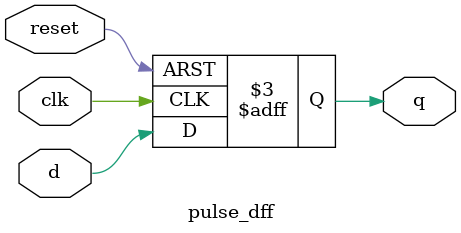
<source format=v>
module pulse_dff(
    input clk,
    input reset,
    input d,
    output reg q
);

initial q = 0;

always @(posedge clk or posedge reset) begin
    if (reset)
        q <= 0;
    else
        q <= d;  // captures D on narrow pulse
end

endmodule

</source>
